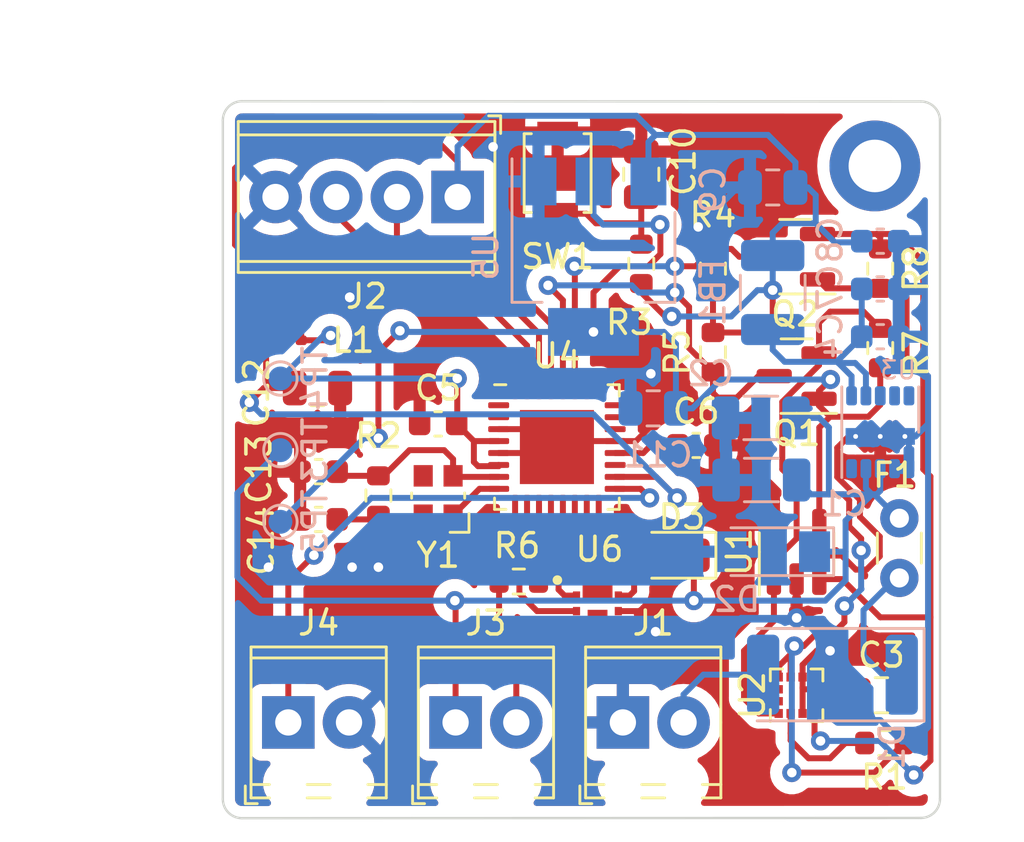
<source format=kicad_pcb>
(kicad_pcb (version 20211014) (generator pcbnew)
  (layers (0 "F.Cu" signal) (31 "B.Cu" signal) (34 "B.Paste" user) (35 "F.Paste" user) (36 "B.SilkS" user "B.Silkscreen") (37 "F.SilkS" user "F.Silkscreen") (38 "B.Mask" user) (39 "F.Mask" user) (44 "Edge.Cuts" user))
  (net 0 "")
  (net 1 "VCC")
  (net 2 "GND")
  (net 3 "Net-(C3-Pad1)")
  (net 4 "+5VP")
  (net 5 "+5V")
  (net 6 "Net-(C6-Pad1)")
  (net 7 "Net-(C10-Pad1)")
  (net 8 "+1V8")
  (net 9 "+5VA")
  (net 10 "Net-(D1-Pad1)")
  (net 11 "Net-(D1-Pad2)")
  (net 12 "Net-(D3-Pad2)")
  (net 13 "MC_RX")
  (net 14 "MC_TX")
  (net 15 "Net-(J3-Pad2)")
  (net 16 "Net-(C13-Pad1)")
  (net 21 "SCL_1.8v")
  (net 22 "SCL_5v")
  (net 23 "SDA_1.8V")
  (net 24 "SDA_5v")
  (net 25 "Net-(R1-Pad2)")
  (net 33 "Net-(U4-Pad11)")
  (net 46 "Net-(C14-Pad1)")
  (net 47 "Net-(J4-Pad1)")
  (footprint "Mosfet:TRANS_IRL100HS121" (layer "F.Cu") (at 140.67 105.69)
    (fp_text reference "U6")
    (fp_text value "IRLHS6342TRPBF")
  )
  (footprint "Resistor_SMD:R_0603_1608Metric" (layer "F.Cu") (at 152.5 95.325 90)
    (fp_text reference "R7")
    (fp_text value "5k 5%")
  )
  (footprint "Resistor_SMD:R_0603_1608Metric" (layer "F.Cu") (at 131.5 101.5 -90)
    (fp_text reference "R2")
    (fp_text value "1Meg 1%")
  )
  (footprint "Capacitor_THT:C_Disc_D3.0mm_W1.6mm_P2.50mm" (layer "F.Cu") (at 153.3 104.95 90)
    (fp_text reference "F1")
    (fp_text value "Polyfuse_Small")
  )
  (footprint "Resistor_SMD:R_0603_1608Metric" (layer "F.Cu") (at 142.5 91.8 90)
    (fp_text reference "R3")
    (fp_text value "10k 5%")
  )
  (footprint "Package_LGA:LGA-12_2x2mm_P0.5mm" (layer "F.Cu") (at 149 109.8625 90)
    (fp_text reference "U2")
    (fp_text value "LSM303C")
  )
  (footprint "Resistor_SMD:R_0603_1608Metric" (layer "F.Cu") (at 137.375 105.1)
    (fp_text reference "R6")
    (fp_text value "200m 1%")
  )
  (footprint "Capacitor_SMD:C_0805_2012Metric" (layer "F.Cu") (at 142.5 88.05 90)
    (fp_text reference "C10")
    (fp_text value " 10u 16v X7R")
  )
  (footprint "Inductor_SMD:L_0201_0603Metric" (layer "F.Cu") (at 127.95 95 180)
    (fp_text reference "L1")
    (fp_text value "10uH")
  )
  (footprint "Crystal:Crystal_SMD_Abracon_ABM10-4Pin_2.5x2.0mm" (layer "F.Cu") (at 134 101.5 180)
    (fp_text reference "Y1")
    (fp_text value "RH100-8.000-8-2020-TR")
  )
  (footprint "Capacitor_SMD:C_0603_1608Metric" (layer "F.Cu") (at 129 102.5 180)
    (fp_text reference "C14")
    (fp_text value "22pF 16v X7R")
  )
  (footprint "Capacitor_SMD:C_0805_2012Metric" (layer "F.Cu") (at 152.55 109.8625)
    (fp_text reference "C3")
    (fp_text value "220nF 16v X7R")
  )
  (footprint "TerminalBlock_Phoenix:TerminalBlock_Phoenix_MPT-0,5-2-2.54_1x02_P2.54mm_Horizontal" (layer "F.Cu") (at 134.73 111)
    (fp_text reference "J3")
    (fp_text value "Load")
  )
  (footprint "TerminalBlock_Phoenix:TerminalBlock_Phoenix_MPT-0,5-4-2.54_1x04_P2.54mm_Horizontal" (layer "F.Cu") (at 134.815 89 180)
    (fp_text reference "J2")
    (fp_text value "SerialOutput")
  )
  (footprint "Diode_SMD:D_0805_2012Metric" (layer "F.Cu") (at 143.9375 104 180)
    (fp_text reference "D3")
    (fp_text value "1N4007FL")
  )
  (footprint "Resistor_SMD:R_0603_1608Metric" (layer "F.Cu") (at 152.675 111.8625 180)
    (fp_text reference "R1")
    (fp_text value "1k 5%")
  )
  (footprint "TerminalBlock_Phoenix:TerminalBlock_Phoenix_MPT-0,5-2-2.54_1x02_P2.54mm_Horizontal" (layer "F.Cu") (at 127.73 111)
    (fp_text reference "J4")
    (fp_text value "Output2")
  )
  (footprint "Package_DFN_QFN:QFN-32-1EP_5x5mm_P0.5mm_EP3.1x3.1mm" (layer "F.Cu") (at 138.97 99.47)
    (fp_text reference "U4")
    (fp_text value "ATmega328-M")
  )
  (footprint "TerminalBlock_Phoenix:TerminalBlock_Phoenix_MPT-0,5-2-2.54_1x02_P2.54mm_Horizontal" (layer "F.Cu") (at 141.73 111)
    (fp_text reference "J1")
    (fp_text value "Input")
  )
  (footprint "Package_TO_SOT_SMD:SOT-23-5" (layer "F.Cu") (at 149 103.8625 90)
    (fp_text reference "U1")
    (fp_text value "24LC32AT-I/OT")
  )
  (footprint "Capacitor_SMD:C_0603_1608Metric" (layer "F.Cu") (at 129 100.5 180)
    (fp_text reference "C13")
    (fp_text value "22pF 16v X7R")
  )
  (footprint "Capacitor_SMD:C_0603_1608Metric" (layer "F.Cu") (at 144.8 99.4)
    (fp_text reference "C6")
    (fp_text value "100nF 16v X7R")
  )
  (footprint "Button_Switch_SMD:SW_SPST_B3U-1000P" (layer "F.Cu") (at 139 88 90)
    (fp_text reference "SW1")
    (fp_text value "RST")
  )
  (footprint "Resistor_SMD:R_0603_1608Metric" (layer "F.Cu") (at 145.5 92 90)
    (fp_text reference "R4")
    (fp_text value "5k 5%")
  )
  (footprint "Package_TO_SOT_SMD:SOT-23" (layer "F.Cu") (at 148.9375 91.5 180)
    (fp_text reference "Q2")
    (fp_text value "BSS138")
  )
  (footprint "Package_TO_SOT_SMD:SOT-23" (layer "F.Cu") (at 149 96.5 180)
    (fp_text reference "Q1")
    (fp_text value "BSS138")
  )
  (footprint "Capacitor_SMD:C_0603_1608Metric" (layer "F.Cu") (at 134 98.5 180)
    (fp_text reference "C5")
    (fp_text value "100nF 16v X7R")
  )
  (footprint "MountingHole:MountingHole_2.2mm_M2_DIN965_Pad" (layer "F.Cu") (at 152.275 87.7 90)
    (fp_text reference "H1" hide)
    (fp_text value "MountingHole")
  )
  (footprint "Resistor_SMD:R_0603_1608Metric" (layer "F.Cu") (at 152.5 92 90)
    (fp_text reference "R8")
    (fp_text value "5k 5%")
  )
  (footprint "Capacitor_SMD:C_0805_2012Metric" (layer "F.Cu") (at 128.95 97)
    (fp_text reference "C12")
    (fp_text value "100nF 16v X7R")
  )
  (footprint "Resistor_SMD:R_0603_1608Metric" (layer "F.Cu") (at 145.5 95.5 -90)
    (fp_text reference "R5")
    (fp_text value "5k 5%")
  )
  (footprint "TestPoint:TestPoint_Pad_D1.0mm" (layer "B.Cu") (at 127.4 99.6 90)
    (fp_text reference "TP3")
    (fp_text value "Test_VCC")
  )
  (footprint "Diode_SMD:D_2512_6332Metric" (layer "B.Cu") (at 150.5 109 180)
    (fp_text reference "D1")
    (fp_text value "VSSC8L45-M3")
  )
  (footprint "Capacitor_SMD:C_0603_1608Metric" (layer "B.Cu") (at 152.5 90.85)
    (fp_text reference "C8")
    (fp_text value "22nF 16v X7R")
  )
  (footprint "Package_TO_SOT_SMD:SOT-223-3_TabPin2" (layer "B.Cu") (at 140.5 91.5 -90)
    (fp_text reference "U5")
    (fp_text value "AMS1117-1.8")
  )
  (footprint "Resistor_SMD:R_1210_3225Metric_Pad1.30x2.65mm_HandSolder" (layer "B.Cu") (at 148 93 90)
    (fp_text reference "FB1")
    (fp_text value "BLE32PN300SN1L")
  )
  (footprint "Capacitor_SMD:C_1206_3216Metric" (layer "B.Cu") (at 147.5 98.25 180)
    (fp_text reference "C2")
    (fp_text value "4.7uF 50v X5R")
  )
  (footprint "Capacitor_SMD:C_0603_1608Metric" (layer "B.Cu") (at 152.5 94.85)
    (fp_text reference "C4")
    (fp_text value "22uF 16v X7R")
  )
  (footprint "Diode_SMD:D_MiniMELF" (layer "B.Cu") (at 148 103.85 180)
    (fp_text reference "D2")
    (fp_text value "BZV55B24")
  )
  (footprint "Capacitor_SMD:C_1206_3216Metric" (layer "B.Cu") (at 147.525 100.85 180)
    (fp_text reference "C1")
    (fp_text value "4.7uF 50v X5R")
  )
  (footprint "TestPoint:TestPoint_Pad_D1.0mm" (layer "B.Cu") (at 127.4 102.6 90)
    (fp_text reference "TP5")
    (fp_text value "Test_1.8v")
  )
  (footprint "Capacitor_SMD:C_0805_2012Metric" (layer "B.Cu") (at 143 97.85 180)
    (fp_text reference "C11")
    (fp_text value "22uF 6.3v X7R")
  )
  (footprint "TestPoint:TestPoint_Pad_D1.0mm" (layer "B.Cu") (at 127.4 96.6 90)
    (fp_text reference "TP4")
    (fp_text value "Test_5v")
  )
  (footprint "Capacitor_SMD:C_0603_1608Metric" (layer "B.Cu") (at 152.5 92.85)
    (fp_text reference "C7")
    (fp_text value "22nF 16v X7R")
  )
  (footprint "Package_LGA:Texas_SIL0010A_MicroSiP-10-1EP_3.8x3mm_P0.6mm_EP0.7x2.9mm_ThermalVias" (layer "B.Cu") (at 152.5 98.85 90)
    (fp_text reference "U3")
    (fp_text value "LMZM23600V3")
  )
  (footprint "Capacitor_SMD:C_0805_2012Metric" (layer "B.Cu") (at 148 88.6 180)
    (fp_text reference "C9")
    (fp_text value "10uF 16v X7R")
  )
  (gr_arc (start 155 114.2) (mid 154.765685 114.765685) (end 154.2 115) (layer "Edge.Cuts") (width 0.1))
  (gr_line (start 124.990685 114.209315) (end 124.990685 85.790685) (layer "Edge.Cuts") (width 0.1))
  (gr_line (start 155 85.8) (end 155 114.2) (layer "Edge.Cuts") (width 0.1))
  (gr_line (start 125.790685 84.990685) (end 154.2 85) (layer "Edge.Cuts") (width 0.1))
  (gr_arc (start 154.2 85) (mid 154.765685 85.234315) (end 155 85.8) (layer "Edge.Cuts") (width 0.1))
  (gr_line (start 154.2 115) (end 125.790685 115.009315) (layer "Edge.Cuts") (width 0.1))
  (gr_arc (start 124.990685 85.790685) (mid 125.225 85.225) (end 125.790685 84.990685) (layer "Edge.Cuts") (width 0.1))
  (gr_arc (start 125.790685 115.009315) (mid 125.225 114.775) (end 124.990685 114.209315) (layer "Edge.Cuts") (width 0.1))
  (segment (start 144.7 104.175) (end 144.875 104) (width 0.25) (layer "F.Cu") (net 1))
  (segment (start 134.73 105.93) (end 134.7 105.9) (width 0.25) (layer "F.Cu") (net 1))
  (segment (start 144.7 105.9) (end 144.7 104.175) (width 0.25) (layer "F.Cu") (net 1))
  (segment (start 134.73 111) (end 134.73 105.93) (width 0.25) (layer "F.Cu") (net 1))
  (via (at 134.7 105.9) (size 0.8) (drill 0.4) (layers "F.Cu" "B.Cu") (net 1))
  (via (at 144.7 105.9) (size 0.8) (drill 0.4) (layers "F.Cu" "B.Cu") (net 1))
  (segment (start 125.6 104.9) (end 125.6 101.4) (width 0.25) (layer "B.Cu") (net 1))
  (segment (start 144.7 105.9) (end 150.2 105.9) (width 0.25) (layer "B.Cu") (net 1))
  (segment (start 149 100.85) (end 149.6 101.45) (width 0.25) (layer "B.Cu") (net 1))
  (segment (start 152.35 101.45) (end 152.5 101.3) (width 0.25) (layer "B.Cu") (net 1))
  (segment (start 151.9 101.2) (end 152.15 101.45) (width 0.25) (layer "B.Cu") (net 1))
  (segment (start 134.7 105.9) (end 144.7 105.9) (width 0.25) (layer "B.Cu") (net 1))
  (segment (start 149.75 103.85) (end 151.05 103.85) (width 0.25) (layer "B.Cu") (net 1))
  (segment (start 134.7 105.9) (end 126.6 105.9) (width 0.25) (layer "B.Cu") (net 1))
  (segment (start 149.6 101.45) (end 150.35 101.45) (width 0.25) (layer "B.Cu") (net 1))
  (segment (start 125.6 101.4) (end 127.4 99.6) (width 0.25) (layer "B.Cu") (net 1))
  (segment (start 126.6 105.9) (end 125.6 104.9) (width 0.25) (layer "B.Cu") (net 1))
  (segment (start 148.975 97.85) (end 149.55 97.85) (width 0.25) (layer "B.Cu") (net 1))
  (segment (start 152.25 101.45) (end 152.15 101.45) (width 0.25) (layer "B.Cu") (net 1))
  (segment (start 149.95 98.25) (end 150.35 98.65) (width 0.25) (layer "B.Cu") (net 1))
  (segment (start 148.975 98.25) (end 149.95 98.25) (width 0.25) (layer "B.Cu") (net 1))
  (segment (start 151.05 102.55) (end 151.05 103.85) (width 0.25) (layer "B.Cu") (net 1))
  (segment (start 150.35 98.65) (end 150.35 101.45) (width 0.25) (layer "B.Cu") (net 1))
  (segment (start 152.15 101.45) (end 152.35 101.45) (width 0.25) (layer "B.Cu") (net 1))
  (segment (start 150.35 101.45) (end 152.15 101.45) (width 0.25) (layer "B.Cu") (net 1))
  (segment (start 153.2 102.4) (end 152.25 101.45) (width 0.25) (layer "B.Cu") (net 1))
  (segment (start 151.05 103.85) (end 151.05 105.05) (width 0.25) (layer "B.Cu") (net 1))
  (segment (start 152.15 101.45) (end 151.05 102.55) (width 0.25) (layer "B.Cu") (net 1))
  (segment (start 152.5 101.3) (end 152.5 100.375) (width 0.25) (layer "B.Cu") (net 1))
  (segment (start 151.9 100.375) (end 151.9 101.2) (width 0.25) (layer "B.Cu") (net 1))
  (segment (start 150.2 105.9) (end 151.05 105.05) (width 0.25) (layer "B.Cu") (net 1))
  (segment (start 150.7 100.72524) (end 150.7 99.5) (width 0.25) (layer "F.Cu") (net 2))
  (segment (start 149.7625 109.6125) (end 149.3125 109.6125) (width 0.25) (layer "F.Cu") (net 2))
  (segment (start 136.5325 98.72) (end 138.22 98.72) (width 0.25) (layer "F.Cu") (net 2))
  (segment (start 138.22 98.72) (end 138.97 99.47) (width 0.25) (layer "F.Cu") (net 2))
  (segment (start 151.924614 104.6) (end 152.47985 104.044764) (width 0.25) (layer "F.Cu") (net 2))
  (segment (start 149.838478 108) (end 150.4 108) (width 0.25) (layer "F.Cu") (net 2))
  (segment (start 149.25 108.588478) (end 149.838478 108) (width 0.25) (layer "F.Cu") (net 2))
  (segment (start 149.25 109.1) (end 149.25 108.588478) (width 0.25) (layer "F.Cu") (net 2))
  (segment (start 149 105) (end 149 104.616428) (width 0.25) (layer "F.Cu") (net 2))
  (segment (start 142.9 98.6) (end 142.9 96.4) (width 0.25) (layer "F.Cu") (net 2))
  (segment (start 142.34 106.34) (end 143.1 107.1) (width 0.25) (layer "F.Cu") (net 2))
  (segment (start 152.47985 103.22015) (end 151.64952 102.38982) (width 0.25) (layer "F.Cu") (net 2))
  (segment (start 138.72 99.72) (end 138.97 99.47) (width 0.25) (layer "F.Cu") (net 2))
  (segment (start 141.4075 99.22) (end 142.28 99.22) (width 0.25) (layer "F.Cu") (net 2))
  (segment (start 149 104.616428) (end 149.603448 104.01298) (width 0.25) (layer "F.Cu") (net 2))
  (segment (start 149.603448 104.01298) (end 150.888366 104.01298) (width 0.25) (layer "F.Cu") (net 2))
  (segment (start 151.64952 101.67476) (end 151.64952 102.38982) (width 0.25) (layer "F.Cu") (net 2))
  (segment (start 128.225 102.5) (end 127.5 102.5) (width 0.25) (layer "F.Cu") (net 2))
  (segment (start 150.888366 104.01298) (end 151.475386 104.6) (width 0.25) (layer "F.Cu") (net 2))
  (segment (start 141.4075 99.22) (end 139.22 99.22) (width 0.25) (layer "F.Cu") (net 2))
  (segment (start 143.1 107.1) (end 143.1 107.2) (width 0.25) (layer "F.Cu") (net 2))
  (segment (start 127.5 102.5) (end 126.9 103.1) (width 0.25) (layer "F.Cu") (net 2))
  (segment (start 151.64952 101.67476) (end 150.7 100.72524) (width 0.25) (layer "F.Cu") (net 2))
  (segment (start 141.54 106.34) (end 142.34 106.34) (width 0.25) (layer "F.Cu") (net 2))
  (segment (start 149.25 110.625) (end 149.25 109.55) (width 0.25) (layer "F.Cu") (net 2))
  (segment (start 142.28 99.22) (end 142.9 98.6) (width 0.25) (layer "F.Cu") (net 2))
  (segment (start 152.47985 104.044764) (end 152.47985 103.22015) (width 0.25) (layer "F.Cu") (net 2))
  (segment (start 149 105) (end 149 106.6245) (width 0.25) (layer "F.Cu") (net 2))
  (segment (start 126.9 103.1) (end 126.9 104.5) (width 0.25) (layer "F.Cu") (net 2))
  (segment (start 150.7 99.5) (end 151.175 99.025) (width 0.25) (layer "F.Cu") (net 2))
  (segment (start 136.5325 99.72) (end 138.72 99.72) (width 0.25) (layer "F.Cu") (net 2))
  (segment (start 151.475386 104.6) (end 151.924614 104.6) (width 0.25) (layer "F.Cu") (net 2))
  (segment (start 139.22 99.22) (end 138.97 99.47) (width 0.25) (layer "F.Cu") (net 2))
  (segment (start 149.25 109.55) (end 149.25 109.1) (width 0.25) (layer "F.Cu") (net 2))
  (segment (start 149.3125 109.6125) (end 149.25 109.55) (width 0.25) (layer "F.Cu") (net 2))
  (segment (start 151.175 99.025) (end 151.47 99.025) (width 0.25) (layer "F.Cu") (net 2))
  (via (at 136.3 86.9) (size 0.8) (drill 0.4) (layers "F.Cu" "B.Cu") (net 2))
  (via (at 130.4 104.5) (size 0.8) (drill 0.4) (layers "F.Cu" "B.Cu") (net 2))
  (via (at 130.3 93.2) (size 0.8) (drill 0.4) (layers "F.Cu" "B.Cu") (net 2))
  (via (at 150.4 108) (size 0.8) (drill 0.4) (layers "F.Cu" "B.Cu") (net 2))
  (via (at 130.3 93.2) (size 0.8) (drill 0.4) (layers "F.Cu" "B.Cu") (net 2))
  (via (at 149 106.6245) (size 0.8) (drill 0.4) (layers "F.Cu" "B.Cu") (net 2))
  (via (at 143.1 107.2) (size 0.8) (drill 0.4) (layers "F.Cu" "B.Cu") (net 2))
  (via (at 142.9 96.4) (size 0.8) (drill 0.4) (layers "F.Cu" "B.Cu") (net 2))
  (via (at 126.9 104.5) (size 0.8) (drill 0.4) (layers "F.Cu" "B.Cu") (net 2))
  (via (at 144.882745 90.252461) (size 0.8) (drill 0.4) (layers "F.Cu" "B.Cu") (net 2))
  (via (at 131.5 104.5) (size 0.8) (drill 0.4) (layers "F.Cu" "B.Cu") (net 2))
  (via (at 130.3 93.2) (size 0.8) (drill 0.4) (layers "F.Cu" "B.Cu") (net 2))
  (segment (start 153.7 99.195) (end 153.53 99.025) (width 0.25) (layer "B.Cu") (net 2))
  (segment (start 154.5 98.5) (end 154.5 111.2) (width 0.25) (layer "B.Cu") (net 2))
  (segment (start 154.5 96.5) (end 154.2 96.2) (width 0.25) (layer "B.Cu") (net 2))
  (segment (start 153.53 99.025) (end 153.975 99.025) (width 0.25) (layer "B.Cu") (net 2))
  (segment (start 146.6755 106.6245) (end 146.5 106.8) (width 0.25) (layer "B.Cu") (net 2))
  (segment (start 153.4 111.8) (end 152.5 110.9) (width 0.25) (layer "B.Cu") (net 2))
  (segment (start 149 106.6245) (end 146.6755 106.6245) (width 0.25) (layer "B.Cu") (net 2))
  (segment (start 152.5 110.9) (end 151.1 110.9) (width 0.25) (layer "B.Cu") (net 2))
  (segment (start 154.5 98.5) (end 154.5 96.5) (width 0.25) (layer "B.Cu") (net 2))
  (segment (start 153.975 99.025) (end 154.5 98.5) (width 0.25) (layer "B.Cu") (net 2))
  (segment (start 154.5 111.2) (end 153.9 111.8) (width 0.25) (layer "B.Cu") (net 2))
  (segment (start 153.9 111.8) (end 153.4 111.8) (width 0.25) (layer "B.Cu") (net 2))
  (segment (start 147.05 88.6) (end 146.535206 88.6) (width 0.25) (layer "B.Cu") (net 2))
  (segment (start 153.7 100.375) (end 153.7 99.195) (width 0.25) (layer "B.Cu") (net 2))
  (segment (start 146.535206 88.6) (end 144.882745 90.252461) (width 0.25) (layer "B.Cu") (net 2))
  (segment (start 151.6 109.8625) (end 151.35 110.1125) (width 0.25) (layer "F.Cu") (net 3))
  (segment (start 151.35 110.1125) (end 149.7625 110.1125) (width 0.25) (layer "F.Cu") (net 3))
  (segment (start 148.5 95.9) (end 150.675 95.9) (width 0.25) (layer "B.Cu") (net 4))
  (segment (start 151.3 96.5) (end 151.3 97.325) (width 0.25) (layer "B.Cu") (net 4))
  (segment (start 150.7 95.9) (end 150.75 95.95) (width 0.25) (layer "B.Cu") (net 4))
  (segment (start 151.9 97.325) (end 151.9 96.4) (width 0.25) (layer "B.Cu") (net 4))
  (segment (start 151.9 96.4) (end 151.45 95.95) (width 0.25) (layer "B.Cu") (net 4))
  (segment (start 151.725 94.85) (end 151.725 92.85) (width 0.25) (layer "B.Cu") (net 4))
  (segment (start 151.45 95.95) (end 150.75 95.95) (width 0.25) (layer "B.Cu") (net 4))
  (segment (start 148 95.4) (end 148.5 95.9) (width 0.25) (layer "B.Cu") (net 4))
  (segment (start 150.675 95.9) (end 150.7 95.9) (width 0.25) (layer "B.Cu") (net 4))
  (segment (start 150.75 95.95) (end 151.3 96.5) (width 0.25) (layer "B.Cu") (net 4))
  (segment (start 150.675 95.9) (end 151.725 94.85) (width 0.25) (layer "B.Cu") (net 4))
  (segment (start 148 94.55) (end 148 95.4) (width 0.25) (layer "B.Cu") (net 4))
  (segment (start 133.7 86.4) (end 134.815 87.515) (width 0.25) (layer "F.Cu") (net 5))
  (segment (start 136.5325 99.22) (end 135.495 99.22) (width 0.25) (layer "F.Cu") (net 5))
  (segment (start 148 94.3) (end 147.625 94.675) (width 0.25) (layer "F.Cu") (net 5))
  (segment (start 128.27 95) (end 128.27 93.77) (width 0.25) (layer "F.Cu") (net 5))
  (segment (start 145.5 92.825) (end 145.5 94.675) (width 0.25) (layer "F.Cu") (net 5))
  (segment (start 135.495 99.22) (end 134.775 98.5) (width 0.25) (layer "F.Cu") (net 5))
  (segment (start 129.3 95) (end 129.5 94.8) (width 0.25) (layer "F.Cu") (net 5))
  (segment (start 143.502736 94.002736) (end 143.7755 94.002736) (width 0.25) (layer "F.Cu") (net 5))
  (segment (start 134.8 98.475) (end 134.775 98.5) (width 0.25) (layer "F.Cu") (net 5))
  (segment (start 136.5325 100.2675) (end 136.52952 100.27048) (width 0.25) (layer "F.Cu") (net 5))
  (segment (start 134.815 87.515) (end 134.815 89) (width 0.25) (layer "F.Cu") (net 5))
  (segment (start 125.5 91) (end 125.5 87.8) (width 0.25) (layer "F.Cu") (net 5))
  (segment (start 135.67048 100.27048) (end 135.495 100.095) (width 0.25) (layer "F.Cu") (net 5))
  (segment (start 135.495 100.095) (end 135.495 99.22) (width 0.25) (layer "F.Cu") (net 5))
  (segment (start 126.9 86.4) (end 133.7 86.4) (width 0.25) (layer "F.Cu") (net 5))
  (segment (start 136.52952 100.27048) (end 135.67048 100.27048) (width 0.25) (layer "F.Cu") (net 5))
  (segment (start 142.5 92.625) (end 142.5 93) (width 0.25) (layer "F.Cu") (net 5))
  (segment (start 128.27 93.77) (end 125.5 91) (width 0.25) (layer "F.Cu") (net 5))
  (segment (start 147.625 94.675) (end 145.5 94.675) (width 0.25) (layer "F.Cu") (net 5))
  (segment (start 134.8 96.6) (end 134.8 98.475) (width 0.25) (layer "F.Cu") (net 5))
  (segment (start 136.5325 100.22) (end 136.5325 100.2675) (width 0.25) (layer "F.Cu") (net 5))
  (segment (start 125.5 87.8) (end 126.9 86.4) (width 0.25) (layer "F.Cu") (net 5))
  (segment (start 142.5 93) (end 143.502736 94.002736) (width 0.25) (layer "F.Cu") (net 5))
  (segment (start 128.27 95) (end 129.3 95) (width 0.25) (layer "F.Cu") (net 5))
  (segment (start 148 92.9) (end 148 94.3) (width 0.25) (layer "F.Cu") (net 5))
  (via (at 129.5 94.8) (size 0.8) (drill 0.4) (layers "F.Cu" "B.Cu") (net 5))
  (via (at 143.7755 94.002736) (size 0.8) (drill 0.4) (layers "F.Cu" "B.Cu") (net 5))
  (via (at 134.8 96.6) (size 0.8) (drill 0.4) (layers "F.Cu" "B.Cu") (net 5))
  (via (at 148 92.9) (size 0.8) (drill 0.4) (layers "F.Cu" "B.Cu") (net 5))
  (segment (start 149.475 88.6) (end 148.95 88.6) (width 0.25) (layer "B.Cu") (net 5))
  (segment (start 148 90.5) (end 148.4 90.1) (width 0.25) (layer "B.Cu") (net 5))
  (segment (start 142.3 85.6) (end 143.1 86.4) (width 0.25) (layer "B.Cu") (net 5))
  (segment (start 142.8 86.7) (end 142.8 88.35) (width 0.25) (layer "B.Cu") (net 5))
  (segment (start 136.1 85.6) (end 142.3 85.6) (width 0.25) (layer "B.Cu") (net 5))
  (segment (start 134.815 86.885) (end 136.1 85.6) (width 0.25) (layer "B.Cu") (net 5))
  (segment (start 129.2 94.8) (end 127.4 96.6) (width 0.25) (layer "B.Cu") (net 5))
  (segment (start 143.7755 94.002736) (end 146.259771 94.002736) (width 0.25) (layer "B.Cu") (net 5))
  (segment (start 148 91.45) (end 148 90.5) (width 0.25) (layer "B.Cu") (net 5))
  (segment (start 143.1 86.4) (end 142.8 86.7) (width 0.25) (layer "B.Cu") (net 5))
  (segment (start 147.362507 92.9) (end 148 92.9) (width 0.25) (layer "B.Cu") (net 5))
  (segment (start 127.4 96.6) (end 134.8 96.6) (width 0.25) (layer "B.Cu") (net 5))
  (segment (start 151.675 90.9) (end 151.725 90.85) (width 0.25) (layer "B.Cu") (net 5))
  (segment (start 146.259771 94.002736) (end 147.362507 92.9) (width 0.25) (layer "B.Cu") (net 5))
  (segment (start 148.4 90.1) (end 149.8 90.1) (width 0.25) (layer "B.Cu") (net 5))
  (segment (start 148.95 88.6) (end 148.95 87.55) (width 0.25) (layer "B.Cu") (net 5))
  (segment (start 148 92.9) (end 148 91.45) (width 0.25) (layer "B.Cu") (net 5))
  (segment (start 129.5 94.8) (end 129.2 94.8) (width 0.25) (layer "B.Cu") (net 5))
  (segment (start 134.815 89) (end 134.815 86.885) (width 0.25) (layer "B.Cu") (net 5))
  (segment (start 149.8 90.1) (end 150.6 90.9) (width 0.25) (layer "B.Cu") (net 5))
  (segment (start 148.95 87.55) (end 147.8 86.4) (width 0.25) (layer "B.Cu") (net 5))
  (segment (start 150.6 90.9) (end 151.675 90.9) (width 0.25) (layer "B.Cu") (net 5))
  (segment (start 149.8 88.925) (end 149.475 88.6) (width 0.25) (layer "B.Cu") (net 5))
  (segment (start 149.8 90.1) (end 149.8 88.925) (width 0.25) (layer "B.Cu") (net 5))
  (segment (start 147.8 86.4) (end 143.1 86.4) (width 0.25) (layer "B.Cu") (net 5))
  (segment (start 141.4075 99.72) (end 142.58 99.72) (width 0.25) (layer "F.Cu") (net 6))
  (segment (start 142.58 99.72) (end 142.9 99.4) (width 0.25) (layer "F.Cu") (net 6))
  (segment (start 142.9 99.4) (end 144.025 99.4) (width 0.25) (layer "F.Cu") (net 6))
  (segment (start 137.3 92.9) (end 137.3 91.2) (width 0.25) (layer "F.Cu") (net 7))
  (segment (start 140.6 90.1) (end 140.2 89.7) (width 0.25) (layer "F.Cu") (net 7))
  (segment (start 140.2 89.7) (end 139 89.7) (width 0.25) (layer "F.Cu") (net 7))
  (segment (start 138.72 97.0325) (end 138.72 94.32) (width 0.25) (layer "F.Cu") (net 7))
  (segment (start 137.3 91.2) (end 138.8 89.7) (width 0.25) (layer "F.Cu") (net 7))
  (segment (start 142.5 90.1) (end 142.5 89) (width 0.25) (layer "F.Cu") (net 7))
  (segment (start 142.5 90.1) (end 140.6 90.1) (width 0.25) (layer "F.Cu") (net 7))
  (segment (start 142.5 90.975) (end 142.5 90.1) (width 0.25) (layer "F.Cu") (net 7))
  (segment (start 138.72 94.32) (end 137.3 92.9) (width 0.25) (layer "F.Cu") (net 7))
  (segment (start 138.8 89.7) (end 139 89.7) (width 0.25) (layer "F.Cu") (net 7))
  (segment (start 148.25 108.65) (end 148.25 109.1) (width 0.25) (layer "F.Cu") (net 8))
  (segment (start 152.5 92.825) (end 150.25 92.825) (width 0.25) (layer "F.Cu") (net 8))
  (segment (start 150.95 101.45) (end 149.95 101.45) (width 0.25) (layer "F.Cu") (net 8))
  (segment (start 151.2 102.8) (end 151.7 103.3) (width 0.25) (layer "F.Cu") (net 8))
  (segment (start 152.5 92.825) (end 153.225 92.825) (width 0.25) (layer "F.Cu") (net 8))
  (segment (start 151.7 103.3) (end 151.7 103.8) (width 0.25) (layer "F.Cu") (net 8))
  (segment (start 142.791303 91.90048) (end 141.59952 91.90048) (width 0.25) (layer "F.Cu") (net 8))
  (segment (start 151.2 102.8) (end 151.2 101.7) (width 0.25) (layer "F.Cu") (net 8))
  (segment (start 152.2625 113.1) (end 148.8 113.1) (width 0.25) (layer "F.Cu") (net 8))
  (segment (start 149.9375 97.7375) (end 150.4 98.2) (width 0.25) (layer "F.Cu") (net 8))
  (segment (start 143.29952 91.392263) (end 142.791303 91.90048) (width 0.25) (layer "F.Cu") (net 8))
  (segment (start 131.5 95.5) (end 132.4 94.6) (width 0.25) (layer "F.Cu") (net 8))
  (segment (start 149.95 98.65) (end 150.4 98.2) (width 0.25) (layer "F.Cu") (net 8))
  (segment (start 143.281274 90.156221) (end 143.29952 90.174467) (width 0.25) (layer "F.Cu") (net 8))
  (segment (start 131.5 95.7) (end 131.5 95.5) (width 0.25) (layer "F.Cu") (net 8))
  (segment (start 149.9375 97.45) (end 149.9375 97.122261) (width 0.25) (layer "F.Cu") (net 8))
  (segment (start 152 98.2) (end 152.5 97.7) (width 0.25) (layer "F.Cu") (net 8))
  (segment (start 151 106.8) (end 151 106.124598) (width 0.25) (layer "F.Cu") (net 8))
  (segment (start 153.6 93.2) (end 153.6 95.8) (width 0.25) (layer "F.Cu") (net 8))
  (segment (start 152.5 97.7) (end 152.5 96.15) (width 0.25) (layer "F.Cu") (net 8))
  (segment (start 140.5 93) (end 140.5 94.65) (width 0.25) (layer "F.Cu") (net 8))
  (segment (start 148.75 109.1) (end 148.75 108.1245) (width 0.25) (layer "F.Cu") (net 8))
  (segment (start 151.2 101.7) (end 150.95 101.45) (width 0.25) (layer "F.Cu") (net 8))
  (segment (start 150.25 92.825) (end 149.875 92.45) (width 0.25) (layer "F.Cu") (net 8))
  (segment (start 150 107.1) (end 150.7 107.1) (width 0.25) (layer "F.Cu") (net 8))
  (segment (start 150.7 107.1) (end 151 106.8) (width 0.25) (layer "F.Cu") (net 8))
  (segment (start 148.8745 108) (end 148.8745 108.0255) (width 0.25) (layer "F.Cu") (net 8))
  (segment (start 153.5 111.8625) (end 152.2625 113.1) (width 0.25) (layer "F.Cu") (net 8))
  (segment (start 149.95 102.725) (end 149.95 101.45) (width 0.25) (layer "F.Cu") (net 8))
  (segment (start 153.25 96.15) (end 152.5 96.15) (width 0.25) (layer "F.Cu") (net 8))
  (segment (start 149.9375 97.122261) (end 150.417581 96.64218) (width 0.25) (layer "F.Cu") (net 8))
  (segment (start 153.225 92.825) (end 153.6 93.2) (width 0.25) (layer "F.Cu") (net 8))
  (segment (start 150.975402 106.124598) (end 151 106.124598) (width 0.25) (layer "F.Cu") (net 8))
  (segment (start 149.3 107.8) (end 150 107.1) (width 0.25) (layer "F.Cu") (net 8))
  (segment (start 148.9 107.8) (end 149.3 107.8) (width 0.25) (layer "F.Cu") (net 8))
  (segment (start 148.8745 108.0255) (end 148.25 108.65) (width 0.25) (layer "F.Cu") (net 8))
  (segment (start 141.59952 91.90048) (end 140.5 93) (width 0.25) (layer "F.Cu") (net 8))
  (segment (start 143.29952 90.174467) (end 143.29952 91.392263) (width 0.25) (layer "F.Cu") (net 8))
  (segment (start 153.6 95.8) (end 153.25 96.15) (width 0.25) (layer "F.Cu") (net 8))
  (segment (start 149.95 101.45) (end 149.95 98.65) (width 0.25) (layer "F.Cu") (net 8))
  (segment (start 148.75 108.1245) (end 148.8745 108) (width 0.25) (layer "F.Cu") (net 8))
  (segment (start 150.4 98.2) (end 152 98.2) (width 0.25) (layer "F.Cu") (net 8))
  (segment (start 131.5 99.1) (end 131.5 95.7) (width 0.25) (layer "F.Cu") (net 8))
  (segment (start 149.9375 97.45) (end 149.9375 97.7375) (width 0.25) (layer "F.Cu") (net 8))
  (via (at 150.417581 96.64218) (size 0.8) (drill 0.4) (layers "F.Cu" "B.Cu") (net 8))
  (via (at 131.5 99.1) (size 0.8) (drill 0.4) (layers "F.Cu" "B.Cu") (net 8))
  (via (at 132.4 94.6) (size 0.8) (drill 0.4) (layers "F.Cu" "B.Cu") (net 8))
  (via (at 148.8 113.1) (size 0.8) (drill 0.4) (layers "F.Cu" "B.Cu") (net 8))
  (via (at 151.7 103.8) (size 0.8) (drill 0.4) (layers "F.Cu" "B.Cu") (net 8))
  (via (at 151 106.124598) (size 0.8) (drill 0.4) (layers "F.Cu" "B.Cu") (net 8))
  (via (at 143.281274 90.156221) (size 0.8) (drill 0.4) (layers "F.Cu" "B.Cu") (net 8))
  (via (at 140.5 94.65) (size 0.8) (drill 0.4) (layers "F.Cu" "B.Cu") (net 8))
  (via (at 148.9 107.8) (size 0.8) (drill 0.4) (layers "F.Cu" "B.Cu") (net 8))
  (segment (start 132.4 94.65) (end 141.25 94.65) (width 0.25) (layer "B.Cu") (net 8))
  (segment (start 145.845327 96.64218) (end 144.637507 97.85) (width 0.25) (layer "B.Cu") (net 8))
  (segment (start 151.7 105.4) (end 151.712299 105.412299) (width 0.25) (layer "B.Cu") (net 8))
  (segment (start 144.637507 97.85) (end 143.95 97.85) (width 0.25) (layer "B.Cu") (net 8))
  (segment (start 140.5 88.35) (end 140.5 89.75) (width 0.25) (layer "B.Cu") (net 8))
  (segment (start 140.75 90) (end 140.906221 90.156221) (width 0.25) (layer "B.Cu") (net 8))
  (segment (start 150.417581 96.64218) (end 145.845327 96.64218) (width 0.25) (layer "B.Cu") (net 8))
  (segment (start 143.95 95.15) (end 143.95 97.85) (width 0.25) (layer "B.Cu") (net 8))
  (segment (start 151.7 103.8) (end 151.7 105.4) (width 0.25) (layer "B.Cu") (net 8))
  (segment (start 140.5 94.65) (end 143.45 94.65) (width 0.25) (layer "B.Cu") (net 8))
  (segment (start 140.5 89.75) (end 140.75 90) (width 0.25) (layer "B.Cu") (net 8))
  (segment (start 148.8 113.1) (end 148.8 108) (width 0.25) (layer "B.Cu") (net 8))
  (segment (start 127.4 102.6) (end 130.9 99.1) (width 0.25) (layer "B.Cu") (net 8))
  (segment (start 143.45 94.65) (end 143.95 95.15) (width 0.25) (layer "B.Cu") (net 8))
  (segment (start 130.9 99.1) (end 131.5 99.1) (width 0.25) (layer "B.Cu") (net 8))
  (segment (start 151 106.124598) (end 151.712299 105.412299) (width 0.25) (layer "B.Cu") (net 8))
  (segment (start 148.9 107.9) (end 148.8 108) (width 0.25) (layer "B.Cu") (net 8))
  (segment (start 140.906221 90.156221) (end 143.281274 90.156221) (width 0.25) (layer "B.Cu") (net 8))
  (segment (start 141.4075 100.72) (end 143.12 100.72) (width 0.25) (layer "F.Cu") (net 9))
  (segment (start 128 97) (end 127 97) (width 0.25) (layer "F.Cu") (net 9))
  (segment (start 143.12 100.72) (end 144 101.6) (width 0.25) (layer "F.Cu") (net 9))
  (segment (start 127 97) (end 126.8 96.8) (width 0.25) (layer "F.Cu") (net 9))
  (segment (start 127 95) (end 127.63 95) (width 0.25) (layer "F.Cu") (net 9))
  (segment (start 126.8 96.8) (end 126.8 95.2) (width 0.25) (layer "F.Cu") (net 9))
  (segment (start 126.1 97.6) (end 126.7 97) (width 0.25) (layer "F.Cu") (net 9))
  (segment (start 126.7 97) (end 127 97) (width 0.25) (layer "F.Cu") (net 9))
  (segment (start 126.8 95.2) (end 127 95) (width 0.25) (layer "F.Cu") (net 9))
  (via (at 144 101.6) (size 0.8) (drill 0.4) (layers "F.Cu" "B.Cu") (net 9))
  (via (at 126.1 97.6) (size 0.8) (drill 0.4) (layers "F.Cu" "B.Cu") (net 9))
  (segment (start 140.5 98.1) (end 126.6 98.1) (width 0.25) (layer "B.Cu") (net 9))
  (segment (start 126.6 98.1) (end 126.1 97.6) (width 0.25) (layer "B.Cu") (net 9))
  (segment (start 144 101.6) (end 140.5 98.1) (width 0.25) (layer "B.Cu") (net 9))
  (segment (start 151.8 108.2) (end 152.6 109) (width 0.25) (layer "B.Cu") (net 10))
  (segment (start 151.8 106.3) (end 151.8 108.2) (width 0.25) (layer "B.Cu") (net 10))
  (segment (start 153.2 104.9) (end 151.8 106.3) (width 0.25) (layer "B.Cu") (net 10))
  (segment (start 152.6 109) (end 153.4 109) (width 0.25) (layer "B.Cu") (net 10))
  (segment (start 145.1 109) (end 147.6 109) (width 0.25) (layer "B.Cu") (net 11))
  (segment (start 144.27 111) (end 144.27 109.83) (width 0.25) (layer "B.Cu") (net 11))
  (segment (start 144.27 109.83) (end 145.1 109) (width 0.25) (layer "B.Cu") (net 11))
  (segment (start 138.2 105.1) (end 138.98 105.1) (width 0.25) (layer "F.Cu") (net 12))
  (segment (start 142.01 105.69) (end 141.619511 105.69) (width 0.25) (layer "F.Cu") (net 12))
  (segment (start 138.98 105.1) (end 139.04 105.04) (width 0.25) (layer "F.Cu") (net 12))
  (segment (start 139.04 105.04) (end 139.720489 105.04) (width 0.25) (layer "F.Cu") (net 12))
  (segment (start 142.2 104.8) (end 142.2 105.5) (width 0.25) (layer "F.Cu") (net 12))
  (segment (start 141.96 105.04) (end 141.619511 105.04) (width 0.25) (layer "F.Cu") (net 12))
  (segment (start 139.04 105.44) (end 139.29 105.69) (width 0.25) (layer "F.Cu") (net 12))
  (segment (start 139.04 105.04) (end 139.04 105.44) (width 0.25) (layer "F.Cu") (net 12))
  (segment (start 143 104) (end 142.2 104.8) (width 0.25) (layer "F.Cu") (net 12))
  (segment (start 139.29 105.69) (end 139.720489 105.69) (width 0.25) (layer "F.Cu") (net 12))
  (segment (start 142.2 105.5) (end 142.01 105.69) (width 0.25) (layer "F.Cu") (net 12))
  (segment (start 142.2 104.8) (end 141.96 105.04) (width 0.25) (layer "F.Cu") (net 12))
  (segment (start 138.22 97.0325) (end 138.22 94.72) (width 0.25) (layer "F.Cu") (net 13))
  (segment (start 135.4 91.9) (end 132.9 91.9) (width 0.25) (layer "F.Cu") (net 13))
  (segment (start 132.275 91.275) (end 132.275 89) (width 0.25) (layer "F.Cu") (net 13))
  (segment (start 138.22 94.72) (end 135.4 91.9) (width 0.25) (layer "F.Cu") (net 13))
  (segment (start 132.9 91.9) (end 132.275 91.275) (width 0.25) (layer "F.Cu") (net 13))
  (segment (start 137.72 95.22) (end 135 92.5) (width 0.25) (layer "F.Cu") (net 14))
  (segment (start 132.5 92.5) (end 129.735 89.735) (width 0.25) (layer "F.Cu") (net 14))
  (segment (start 129.735 89.735) (end 129.735 89) (width 0.25) (layer "F.Cu") (net 14))
  (segment (start 137.72 97.0325) (end 137.72 95.22) (width 0.25) (layer "F.Cu") (net 14))
  (segment (start 135 92.5) (end 132.5 92.5) (width 0.25) (layer "F.Cu") (net 14))
  (segment (start 136.55 106.95) (end 136.55 105.1) (width 0.25) (layer "F.Cu") (net 15))
  (segment (start 137.27 111) (end 137.27 107.67) (width 0.25) (layer "F.Cu") (net 15))
  (segment (start 137.27 107.67) (end 136.55 106.95) (width 0.25) (layer "F.Cu") (net 15))
  (segment (start 132.8 99.6) (end 134.25 99.6) (width 0.25) (layer "F.Cu") (net 16))
  (segment (start 134.25 99.6) (end 134.625 99.975) (width 0.25) (layer "F.Cu") (net 16))
  (segment (start 134.67 100.72) (end 134.625 100.675) (width 0.25) (layer "F.Cu") (net 16))
  (segment (start 131.725 100.675) (end 132.8 99.6) (width 0.25) (layer "F.Cu") (net 16))
  (segment (start 134.625 99.975) (end 134.625 100.675) (width 0.25) (layer "F.Cu") (net 16))
  (segment (start 136.5325 100.72) (end 134.67 100.72) (width 0.25) (layer "F.Cu") (net 16))
  (segment (start 129.95 100.675) (end 129.775 100.5) (width 0.25) (layer "F.Cu") (net 16))
  (segment (start 131.5 100.675) (end 129.95 100.675) (width 0.25) (layer "F.Cu") (net 16))
  (segment (start 131.5 100.675) (end 131.725 100.675) (width 0.25) (layer "F.Cu") (net 16))
  (segment (start 150.4 93.8) (end 151.8 93.8) (width 0.25) (layer "F.Cu") (net 21))
  (segment (start 146.8 110) (end 147.425 110.625) (width 0.25) (layer "F.Cu") (net 21))
  (segment (start 149.9375 96.041428) (end 148.4 97.578928) (width 0.25) (layer "F.Cu") (net 21))
  (segment (start 148.05 105) (end 148.05 106.75) (width 0.25) (layer "F.Cu") (net 21))
  (segment (start 149.9375 95.55) (end 149.9375 96.041428) (width 0.25) (layer "F.Cu") (net 21))
  (segment (start 147.425 110.625) (end 148.25 110.625) (width 0.25) (layer "F.Cu") (net 21))
  (segment (start 149.9375 94.2625) (end 150.4 93.8) (width 0.25) (layer "F.Cu") (net 21))
  (segment (start 149 103.3) (end 148.05 104.25) (width 0.25) (layer "F.Cu") (net 21))
  (segment (start 149 101) (end 149 103.3) (width 0.25) (layer "F.Cu") (net 21))
  (segment (start 148.4 97.578928) (end 148.4 100.4) (width 0.25) (layer "F.Cu") (net 21))
  (segment (start 148.05 104.25) (end 148.05 105) (width 0.25) (layer "F.Cu") (net 21))
  (segment (start 148.4 100.4) (end 149 101) (width 0.25) (layer "F.Cu") (net 21))
  (segment (start 151.8 93.8) (end 152.5 94.5) (width 0.25) (layer "F.Cu") (net 21))
  (segment (start 148.05 106.75) (end 146.8 108) (width 0.25) (layer "F.Cu") (net 21))
  (segment (start 149.9375 95.55) (end 149.9375 94.2625) (width 0.25) (layer "F.Cu") (net 21))
  (segment (start 146.8 108) (end 146.8 110) (width 0.25) (layer "F.Cu") (net 21))
  (segment (start 139.22 97.0325) (end 139.22 93.32) (width 0.25) (layer "F.Cu") (net 22))
  (segment (start 147.4 96.5) (end 146.5 97.4) (width 0.25) (layer "F.Cu") (net 22))
  (segment (start 144.5 93.6) (end 144.5 95.325) (width 0.25) (layer "F.Cu") (net 22))
  (segment (start 148.0625 96.5) (end 147.4 96.5) (width 0.25) (layer "F.Cu") (net 22))
  (segment (start 139.22 93.32) (end 138.6 92.7) (width 0.25) (layer "F.Cu") (net 22))
  (segment (start 145.5 97.2) (end 145.5 96.325) (width 0.25) (layer "F.Cu") (net 22))
  (segment (start 146.5 97.4) (end 145.7 97.4) (width 0.25) (layer "F.Cu") (net 22))
  (segment (start 145.7 97.4) (end 145.5 97.2) (width 0.25) (layer "F.Cu") (net 22))
  (segment (start 144.5 95.325) (end 145.5 96.325) (width 0.25) (layer "F.Cu") (net 22))
  (segment (start 143.9 93) (end 144.5 93.6) (width 0.25) (layer "F.Cu") (net 22))
  (via (at 143.9 93) (size 0.8) (drill 0.4) (layers "F.Cu" "B.Cu") (net 22))
  (via (at 138.6 92.7) (size 0.8) (drill 0.4) (layers "F.Cu" "B.Cu") (net 22))
  (segment (start 142.099022 92.7) (end 142.399022 93) (width 0.25) (layer "B.Cu") (net 22))
  (segment (start 142.399022 93) (end 143.9 93) (width 0.25) (layer "B.Cu") (net 22))
  (segment (start 138.6 92.7) (end 142.099022 92.7) (width 0.25) (layer "B.Cu") (net 22))
  (segment (start 150.9 105) (end 152.5 106.6) (width 0.25) (layer "F.Cu") (net 23))
  (segment (start 149.875 90.55) (end 152.35 90.55) (width 0.25) (layer "F.Cu") (net 23))
  (segment (start 149.75 111.45) (end 149.75 111.5255) (width 0.25) (layer "F.Cu") (net 23))
  (segment (start 154.6 100.7) (end 154.3 100.4) (width 0.25) (layer "F.Cu") (net 23))
  (segment (start 154.6 112.6) (end 154.6 106.6) (width 0.25) (layer "F.Cu") (net 23))
  (segment (start 152.5 106.6) (end 154.6 106.6) (width 0.25) (layer "F.Cu") (net 23))
  (segment (start 150.9 105) (end 149.95 105) (width 0.25) (layer "F.Cu") (net 23))
  (segment (start 149.75 110.625) (end 149.75 111.45) (width 0.25) (layer "F.Cu") (net 23))
  (segment (start 154.3 91.7) (end 153.15 90.55) (width 0.25) (layer "F.Cu") (net 23))
  (segment (start 153.15 90.55) (end 152.35 90.55) (width 0.25) (layer "F.Cu") (net 23))
  (segment (start 154.3 100.4) (end 154.3 91.7) (width 0.25) (layer "F.Cu") (net 23))
  (segment (start 149.75 111.5255) (end 150 111.7755) (width 0.25) (layer "F.Cu") (net 23))
  (segment (start 153.9 113.2) (end 154 113.2) (width 0.25) (layer "F.Cu") (net 23))
  (segment (start 152.35 90.55) (end 152.5 90.7) (width 0.25) (layer "F.Cu") (net 23))
  (segment (start 152.5 90.7) (end 152.5 91.175) (width 0.25) (layer "F.Cu") (net 23))
  (segment (start 154 113.2) (end 154.6 112.6) (width 0.25) (layer "F.Cu") (net 23))
  (segment (start 154.6 106.6) (end 154.6 100.7) (width 0.25) (layer "F.Cu") (net 23))
  (via (at 153.9 113.2) (size 0.8) (drill 0.4) (layers "F.Cu" "B.Cu") (net 23))
  (via (at 150 111.7755) (size 0.8) (drill 0.4) (layers "F.Cu" "B.Cu") (net 23))
  (segment (start 150 111.7755) (end 152.4755 111.7755) (width 0.25) (layer "B.Cu") (net 23))
  (segment (start 152.4755 111.7755) (end 153.9 113.2) (width 0.25) (layer "B.Cu") (net 23))
  (segment (start 146.6 91.5) (end 148 91.5) (width 0.25) (layer "F.Cu") (net 24))
  (segment (start 139.72 91.92) (end 139.7 91.9) (width 0.25) (layer "F.Cu") (net 24))
  (segment (start 146.275 91.175) (end 146.6 91.5) (width 0.25) (layer "F.Cu") (net 24))
  (segment (start 139.72 97.0325) (end 139.72 91.92) (width 0.25) (layer "F.Cu") (net 24))
  (segment (start 145.5 91.175) (end 146.275 91.175) (width 0.25) (layer "F.Cu") (net 24))
  (segment (start 143.9 91.9) (end 144.775 91.9) (width 0.25) (layer "F.Cu") (net 24))
  (segment (start 144.775 91.9) (end 145.5 91.175) (width 0.25) (layer "F.Cu") (net 24))
  (via (at 139.7 91.9) (size 0.8) (drill 0.4) (layers "F.Cu" "B.Cu") (net 24))
  (via (at 143.9 91.9) (size 0.8) (drill 0.4) (layers "F.Cu" "B.Cu") (net 24))
  (segment (start 139.7 91.9) (end 143.9 91.9) (width 0.25) (layer "B.Cu") (net 24))
  (segment (start 150.4 112.5) (end 149.5 112.5) (width 0.25) (layer "F.Cu") (net 25))
  (segment (start 148.75 111.75) (end 148.75 111.45) (width 0.25) (layer "F.Cu") (net 25))
  (segment (start 148.75 111.45) (end 148.75 110.625) (width 0.25) (layer "F.Cu") (net 25))
  (segment (start 151.85 111.8625) (end 151.0375 111.8625) (width 0.25) (layer "F.Cu") (net 25))
  (segment (start 149.5 112.5) (end 148.75 111.75) (width 0.25) (layer "F.Cu") (net 25))
  (segment (start 151.0375 111.8625) (end 150.4 112.5) (width 0.25) (layer "F.Cu") (net 25))
  (segment (start 137.40048 104.19952) (end 137.40048 105.60048) (width 0.25) (layer "F.Cu") (net 33))
  (segment (start 138.22 103.38) (end 137.40048 104.19952) (width 0.25) (layer "F.Cu") (net 33))
  (segment (start 138.22 101.9075) (end 138.22 103.38) (width 0.25) (layer "F.Cu") (net 33))
  (segment (start 137.40048 105.60048) (end 138.14 106.34) (width 0.25) (layer "F.Cu") (net 33))
  (segment (start 138.14 106.34) (end 139.79 106.34) (width 0.25) (layer "F.Cu") (net 33))
  (segment (start 132.4 103.35) (end 134.3 103.35) (width 0.25) (layer "F.Cu") (net 46))
  (segment (start 136.5325 101.22) (end 135.73 101.22) (width 0.25) (layer "F.Cu") (net 46))
  (segment (start 131.5 102.45) (end 132.4 103.35) (width 0.25) (layer "F.Cu") (net 46))
  (segment (start 134.3 103.35) (end 134.625 103.025) (width 0.25) (layer "F.Cu") (net 46))
  (segment (start 131.5 102.325) (end 131.5 102.45) (width 0.25) (layer "F.Cu") (net 46))
  (segment (start 129.775 102.5) (end 131.325 102.5) (width 0.25) (layer "F.Cu") (net 46))
  (segment (start 131.325 102.5) (end 131.5 102.325) (width 0.25) (layer "F.Cu") (net 46))
  (segment (start 134.625 103.025) (end 134.625 102.325) (width 0.25) (layer "F.Cu") (net 46))
  (segment (start 135.73 101.22) (end 134.625 102.325) (width 0.25) (layer "F.Cu") (net 46))
  (segment (start 141.4075 101.22) (end 142.47 101.22) (width 0.25) (layer "F.Cu") (net 47))
  (segment (start 128.8 104) (end 127.73 105.07) (width 0.25) (layer "F.Cu") (net 47))
  (segment (start 127.73 105.07) (end 127.73 111) (width 0.25) (layer "F.Cu") (net 47))
  (segment (start 142.47 101.22) (end 142.85 101.6) (width 0.25) (layer "F.Cu") (net 47))
  (via (at 128.8 104) (size 0.8) (drill 0.4) (layers "F.Cu" "B.Cu") (net 47))
  (via (at 142.85 101.6) (size 0.8) (drill 0.4) (layers "F.Cu" "B.Cu") (net 47))
  (segment (start 142.85 101.6) (end 131.2 101.6) (width 0.25) (layer "B.Cu") (net 47))
  (segment (start 131.2 101.6) (end 128.8 104) (width 0.25) (layer "B.Cu") (net 47))
  (zone (net 2) (net_name "GND") (layer "F.Cu") (connect_pads (clearance 0.508)) (min_thickness 0.254) (fill yes (thermal_gap 0.508) (thermal_bridge_width 0.508))
    (polygon (pts (xy 155 114.9) (xy 125 115) (xy 125 85.1) (xy 155 85)))
  )
  (zone (net 2) (net_name "GND") (layer "B.Cu") (connect_pads (clearance 0.508)) (min_thickness 0.254) (fill yes (thermal_gap 0.508) (thermal_bridge_width 0.508))
    (polygon (pts (xy 155 114.9) (xy 125 115) (xy 125 85.1) (xy 155 85)))
  )
)
</source>
